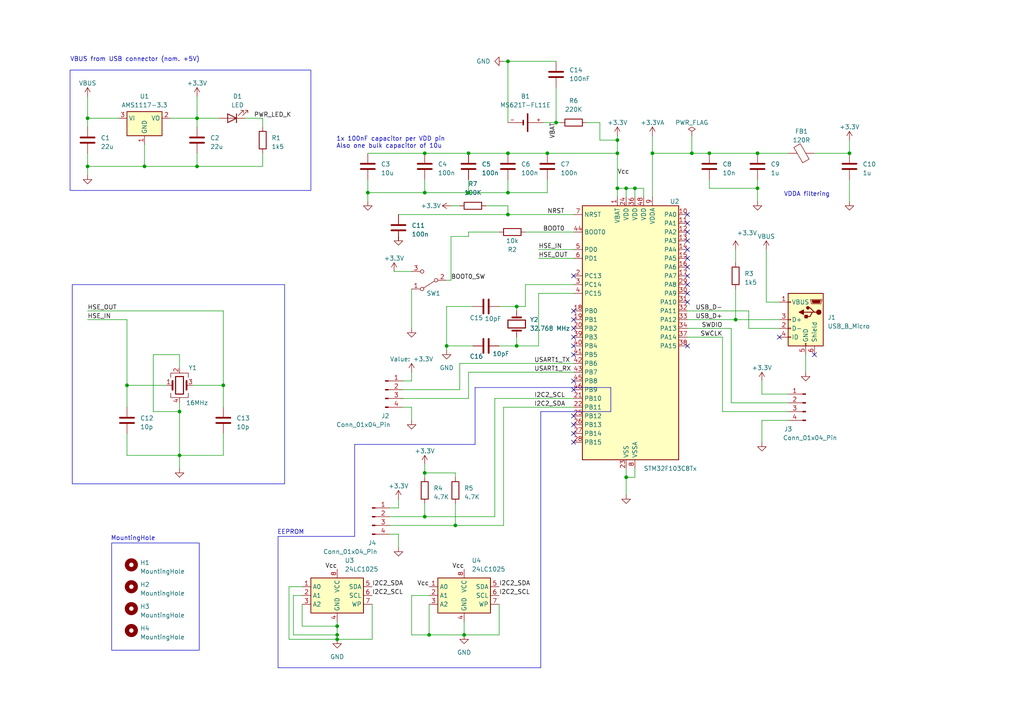
<source format=kicad_sch>
(kicad_sch (version 20231120) (generator "eeschema") (generator_version "8.0")
  (paper "A4")
  (title_block (title "STM32 Datalogger") (date "2026-01-10"))
  (lib_symbols
    (symbol "Connector:Conn_01x04_Pin" (pin_names (offset 1.016) hide)
      (property "Reference" "J" (at 0 5.08 0))
      (property "Value" "Conn_01x04_Pin" (at 0 -7.62 0))
      (symbol "Conn_01x04_Pin_1_1"
        (polyline (pts (xy 1.27 -5.08) (xy 0.8636 -5.08)) (stroke (width 0.1524)))
        (polyline (pts (xy 1.27 -2.54) (xy 0.8636 -2.54)) (stroke (width 0.1524)))
        (polyline (pts (xy 1.27 0) (xy 0.8636 0)) (stroke (width 0.1524)))
        (polyline (pts (xy 1.27 2.54) (xy 0.8636 2.54)) (stroke (width 0.1524)))
        (rectangle (start 0.8636 -4.953) (end 0 -5.207) (stroke (width 0.1524)) (fill (type outline)))
        (rectangle (start 0.8636 -2.413) (end 0 -2.667) (stroke (width 0.1524)) (fill (type outline)))
        (rectangle (start 0.8636 0.127) (end 0 -0.127) (stroke (width 0.1524)) (fill (type outline)))
        (rectangle (start 0.8636 2.667) (end 0 2.413) (stroke (width 0.1524)) (fill (type outline)))
        (pin passive line (at 5.08 2.54 180) (length 3.81) (name "Pin_1") (number "1"))
        (pin passive line (at 5.08 0 180) (length 3.81) (name "Pin_2") (number "2"))
        (pin passive line (at 5.08 -2.54 180) (length 3.81) (name "Pin_3") (number "3"))
        (pin passive line (at 5.08 -5.08 180) (length 3.81) (name "Pin_4") (number "4"))
      )
    )
    (symbol "Connector:USB_B_Micro" (pin_names (offset 1.016))
      (property "Reference" "J" (at -5.08 11.43 0))
      (property "Value" "USB_B_Micro" (at -5.08 8.89 0))
      (symbol "USB_B_Micro_0_1"
        (rectangle (start -5.08 -7.62) (end 5.08 7.62) (stroke (width 0.254)) (fill (type background)))
        (circle (center -3.81 2.159) (radius 0.635) (stroke (width 0.254)) (fill (type outline)))
        (circle (center -0.635 3.429) (radius 0.381) (stroke (width 0.254)) (fill (type outline)))
        (rectangle (start -0.127 -7.62) (end 0.127 -6.858))
        (polyline (pts (xy -1.905 2.159) (xy 0.635 2.159)) (stroke (width 0.254)))
        (polyline (pts (xy -3.175 2.159) (xy -2.54 2.159) (xy -1.27 3.429) (xy -0.635 3.429)) (stroke (width 0.254)))
        (polyline (pts (xy -2.54 2.159) (xy -1.905 2.159) (xy -1.27 0.889) (xy 0 0.889)) (stroke (width 0.254)))
        (polyline (pts (xy 0.635 2.794) (xy 0.635 1.524) (xy 1.905 2.159) (xy 0.635 2.794)) (stroke (width 0.254)) (fill (type outline)))
        (polyline (pts (xy -4.318 5.588) (xy -1.778 5.588) (xy -2.032 4.826) (xy -4.064 4.826) (xy -4.318 5.588)) (fill (type outline)))
        (polyline (pts (xy -4.699 5.842) (xy -4.699 5.588) (xy -4.445 4.826) (xy -4.445 4.572) (xy -1.651 4.572) (xy -1.651 4.826) (xy -1.397 5.588) (xy -1.397 5.842) (xy -4.699 5.842)))
        (rectangle (start 0.254 1.27) (end -0.508 0.508) (stroke (width 0.254)) (fill (type outline)))
        (rectangle (start 5.08 -5.207) (end 4.318 -4.953))
        (rectangle (start 5.08 -2.667) (end 4.318 -2.413))
        (rectangle (start 5.08 -0.127) (end 4.318 0.127))
        (rectangle (start 5.08 4.953) (end 4.318 5.207))
      )
      (symbol "USB_B_Micro_1_1"
        (pin power_out line (at 7.62 5.08 180) (length 2.54) (name "VBUS") (number "1"))
        (pin bidirectional line (at 7.62 -2.54 180) (length 2.54) (name "D-") (number "2"))
        (pin bidirectional line (at 7.62 0 180) (length 2.54) (name "D+") (number "3"))
        (pin passive line (at 7.62 -5.08 180) (length 2.54) (name "ID") (number "4"))
        (pin power_out line (at 0 -10.16 90) (length 2.54) (name "GND") (number "5"))
        (pin passive line (at -2.54 -10.16 90) (length 2.54) (name "Shield") (number "6"))
      )
    )
    (symbol "Device:C" (pin_numbers hide) (pin_names (offset 0.254))
      (property "Reference" "C" (at 0.635 2.54 0))
      (property "Value" "C" (at 0.635 -2.54 0))
      (symbol "C_0_1"
        (polyline (pts (xy -2.032 -0.762) (xy 2.032 -0.762)) (stroke (width 0.508)))
        (polyline (pts (xy -2.032 0.762) (xy 2.032 0.762)) (stroke (width 0.508)))
      )
      (symbol "C_1_1"
        (pin passive line (at 0 3.81 270) (length 2.794) (name "~") (number "1"))
        (pin passive line (at 0 -3.81 90) (length 2.794) (name "~") (number "2"))
      )
    )
    (symbol "Device:Crystal" (pin_numbers hide) (pin_names (offset 1.016) hide)
      (property "Reference" "Y" (at 0 3.81 0))
      (property "Value" "Crystal" (at 0 -3.81 0))
      (symbol "Crystal_0_1"
        (rectangle (start -1.143 2.54) (end 1.143 -2.54) (stroke (width 0.3048)))
        (polyline (pts (xy -2.54 0) (xy -1.905 0)))
        (polyline (pts (xy -1.905 -1.27) (xy -1.905 1.27)) (stroke (width 0.508)))
        (polyline (pts (xy 1.905 -1.27) (xy 1.905 1.27)) (stroke (width 0.508)))
        (polyline (pts (xy 2.54 0) (xy 1.905 0)))
      )
      (symbol "Crystal_1_1"
        (pin passive line (at -3.81 0 0) (length 1.27) (name "1") (number "1"))
        (pin passive line (at 3.81 0 180) (length 1.27) (name "2") (number "2"))
      )
    )
    (symbol "Device:Crystal_GND24" (pin_names (offset 1.016) hide)
      (property "Reference" "Y" (at 3.175 5.08 0))
      (property "Value" "Crystal_GND24" (at 3.175 3.175 0))
      (symbol "Crystal_GND24_0_1"
        (rectangle (start -1.143 2.54) (end 1.143 -2.54) (stroke (width 0.3048)))
        (polyline (pts (xy -2.54 0) (xy -2.032 0)))
        (polyline (pts (xy -2.032 -1.27) (xy -2.032 1.27)) (stroke (width 0.508)))
        (polyline (pts (xy 0 -3.81) (xy 0 -3.556)))
        (polyline (pts (xy 0 3.556) (xy 0 3.81)))
        (polyline (pts (xy 2.032 -1.27) (xy 2.032 1.27)) (stroke (width 0.508)))
        (polyline (pts (xy 2.032 0) (xy 2.54 0)))
        (polyline (pts (xy -2.54 -2.286) (xy -2.54 -3.556) (xy 2.54 -3.556) (xy 2.54 -2.286)))
        (polyline (pts (xy -2.54 2.286) (xy -2.54 3.556) (xy 2.54 3.556) (xy 2.54 2.286)))
      )
      (symbol "Crystal_GND24_1_1"
        (pin passive line (at -3.81 0 0) (length 1.27) (name "1") (number "1"))
        (pin passive line (at 0 5.08 270) (length 1.27) (name "2") (number "2"))
        (pin passive line (at 3.81 0 180) (length 1.27) (name "3") (number "3"))
        (pin passive line (at 0 -5.08 90) (length 1.27) (name "4") (number "4"))
      )
    )
    (symbol "Device:FerriteBead" (pin_numbers hide) (pin_names (offset 0))
      (property "Reference" "FB" (at -3.81 0.635 90))
      (property "Value" "FerriteBead" (at 3.81 0 90))
      (symbol "FerriteBead_0_1"
        (polyline (pts (xy 0 -1.27) (xy 0 -1.2192)))
        (polyline (pts (xy 0 1.27) (xy 0 1.2954)))
        (polyline (pts (xy -2.7686 0.4064) (xy -1.7018 2.2606) (xy 2.7686 -0.3048) (xy 1.6764 -2.159) (xy -2.7686 0.4064)))
      )
      (symbol "FerriteBead_1_1"
        (pin passive line (at 0 3.81 270) (length 2.54) (name "~") (number "1"))
        (pin passive line (at 0 -3.81 90) (length 2.54) (name "~") (number "2"))
      )
    )
    (symbol "Device:LED" (pin_numbers hide) (pin_names (offset 1.016) hide)
      (property "Reference" "D" (at 0 2.54 0))
      (property "Value" "LED" (at 0 -2.54 0))
      (symbol "LED_0_1"
        (polyline (pts (xy -1.27 -1.27) (xy -1.27 1.27)) (stroke (width 0.254)))
        (polyline (pts (xy -1.27 0) (xy 1.27 0)))
        (polyline (pts (xy 1.27 -1.27) (xy 1.27 1.27) (xy -1.27 0) (xy 1.27 -1.27)) (stroke (width 0.254)))
        (polyline (pts (xy -3.048 -0.762) (xy -4.572 -2.286) (xy -3.81 -2.286) (xy -4.572 -2.286) (xy -4.572 -1.524)))
        (polyline (pts (xy -1.778 -0.762) (xy -3.302 -2.286) (xy -2.54 -2.286) (xy -3.302 -2.286) (xy -3.302 -1.524)))
      )
      (symbol "LED_1_1"
        (pin passive line (at -3.81 0 0) (length 2.54) (name "K") (number "1"))
        (pin passive line (at 3.81 0 180) (length 2.54) (name "A") (number "2"))
      )
    )
    (symbol "Device:R" (pin_numbers hide) (pin_names (offset 0))
      (property "Reference" "R" (at 2.032 0 90))
      (property "Value" "R" (at 0 0 90))
      (symbol "R_0_1"
        (rectangle (start -1.016 -2.54) (end 1.016 2.54) (stroke (width 0.254)))
      )
      (symbol "R_1_1"
        (pin passive line (at 0 3.81 270) (length 1.27) (name "~") (number "1"))
        (pin passive line (at 0 -3.81 90) (length 1.27) (name "~") (number "2"))
      )
    )
    (symbol "GND_1" (power) (pin_numbers hide) (pin_names (offset 0) hide)
      (property "Value" "GND" (at 0 -3.81 0))
      (symbol "GND_1_0_1"
        (polyline (pts (xy 0 0) (xy 0 -1.27) (xy 1.27 -1.27) (xy 0 -2.54) (xy -1.27 -1.27) (xy 0 -1.27)))
      )
      (symbol "GND_1_1_1"
        (pin power_in line (at 0 0 270) (length 0) (name "~") (number "1"))
      )
    )
    (symbol "GND_2" (power) (pin_numbers hide) (pin_names (offset 0) hide)
      (property "Value" "GND" (at 0 -3.81 0))
      (symbol "GND_2_0_1"
        (polyline (pts (xy 0 0) (xy 0 -1.27) (xy 1.27 -1.27) (xy 0 -2.54) (xy -1.27 -1.27) (xy 0 -1.27)))
      )
      (symbol "GND_2_1_1"
        (pin power_in line (at 0 0 270) (length 0) (name "~") (number "1"))
      )
    )
    (symbol "GND_3" (power) (pin_numbers hide) (pin_names (offset 0) hide)
      (property "Value" "GND" (at 0 -3.81 0))
      (symbol "GND_3_0_1"
        (polyline (pts (xy 0 0) (xy 0 -1.27) (xy 1.27 -1.27) (xy 0 -2.54) (xy -1.27 -1.27) (xy 0 -1.27)))
      )
      (symbol "GND_3_1_1"
        (pin power_in line (at 0 0 270) (length 0) (name "~") (number "1"))
      )
    )
    (symbol "MCU_ST_STM32F1:STM32F103C8Tx"
      (property "Reference" "U" (at -12.7 39.37 0))
      (property "Value" "STM32F103C8Tx" (at 10.16 39.37 0))
      (symbol "STM32F103C8Tx_0_1"
        (rectangle (start -12.7 -35.56) (end 15.24 38.1) (stroke (width 0.254)) (fill (type background)))
      )
      (symbol "STM32F103C8Tx_1_1"
        (pin power_in line (at -2.54 40.64 270) (length 2.54) (name "VBAT") (number "1"))
        (pin bidirectional line (at 17.78 35.56 180) (length 2.54) (name "PA0") (number "10"))
        (pin bidirectional line (at 17.78 33.02 180) (length 2.54) (name "PA1") (number "11"))
        (pin bidirectional line (at 17.78 30.48 180) (length 2.54) (name "PA2") (number "12"))
        (pin bidirectional line (at 17.78 27.94 180) (length 2.54) (name "PA3") (number "13"))
        (pin bidirectional line (at 17.78 25.4 180) (length 2.54) (name "PA4") (number "14"))
        (pin bidirectional line (at 17.78 22.86 180) (length 2.54) (name "PA5") (number "15"))
        (pin bidirectional line (at 17.78 20.32 180) (length 2.54) (name "PA6") (number "16"))
        (pin bidirectional line (at 17.78 17.78 180) (length 2.54) (name "PA7") (number "17"))
        (pin bidirectional line (at -15.24 7.62 0) (length 2.54) (name "PB0") (number "18"))
        (pin bidirectional line (at -15.24 5.08 0) (length 2.54) (name "PB1") (number "19"))
        (pin bidirectional line (at -15.24 17.78 0) (length 2.54) (name "PC13") (number "2"))
        (pin bidirectional line (at -15.24 2.54 0) (length 2.54) (name "PB2") (number "20"))
        (pin bidirectional line (at -15.24 -17.78 0) (length 2.54) (name "PB10") (number "21"))
        (pin bidirectional line (at -15.24 -20.32 0) (length 2.54) (name "PB11") (number "22"))
        (pin power_in line (at 0 -38.1 90) (length 2.54) (name "VSS") (number "23"))
        (pin power_in line (at 0 40.64 270) (length 2.54) (name "VDD") (number "24"))
        (pin bidirectional line (at -15.24 -22.86 0) (length 2.54) (name "PB12") (number "25"))
        (pin bidirectional line (at -15.24 -25.4 0) (length 2.54) (name "PB13") (number "26"))
        (pin bidirectional line (at -15.24 -27.94 0) (length 2.54) (name "PB14") (number "27"))
        (pin bidirectional line (at -15.24 -30.48 0) (length 2.54) (name "PB15") (number "28"))
        (pin bidirectional line (at 17.78 15.24 180) (length 2.54) (name "PA8") (number "29"))
        (pin bidirectional line (at -15.24 15.24 0) (length 2.54) (name "PC14") (number "3"))
        (pin bidirectional line (at 17.78 12.7 180) (length 2.54) (name "PA9") (number "30"))
        (pin bidirectional line (at 17.78 10.16 180) (length 2.54) (name "PA10") (number "31"))
        (pin bidirectional line (at 17.78 7.62 180) (length 2.54) (name "PA11") (number "32"))
        (pin bidirectional line (at 17.78 5.08 180) (length 2.54) (name "PA12") (number "33"))
        (pin bidirectional line (at 17.78 2.54 180) (length 2.54) (name "PA13") (number "34"))
        (pin passive line (at 0 -38.1 90) (length 2.54) hide (name "VSS") (number "35"))
        (pin power_in line (at 2.54 40.64 270) (length 2.54) (name "VDD") (number "36"))
        (pin bidirectional line (at 17.78 0 180) (length 2.54) (name "PA14") (number "37"))
        (pin bidirectional line (at 17.78 -2.54 180) (length 2.54) (name "PA15") (number "38"))
        (pin bidirectional line (at -15.24 0 0) (length 2.54) (name "PB3") (number "39"))
        (pin bidirectional line (at -15.24 12.7 0) (length 2.54) (name "PC15") (number "4"))
        (pin bidirectional line (at -15.24 -2.54 0) (length 2.54) (name "PB4") (number "40"))
        (pin bidirectional line (at -15.24 -5.08 0) (length 2.54) (name "PB5") (number "41"))
        (pin bidirectional line (at -15.24 -7.62 0) (length 2.54) (name "PB6") (number "42"))
        (pin bidirectional line (at -15.24 -10.16 0) (length 2.54) (name "PB7") (number "43"))
        (pin input line (at -15.24 30.48 0) (length 2.54) (name "BOOT0") (number "44"))
        (pin bidirectional line (at -15.24 -12.7 0) (length 2.54) (name "PB8") (number "45"))
        (pin bidirectional line (at -15.24 -15.24 0) (length 2.54) (name "PB9") (number "46"))
        (pin passive line (at 0 -38.1 90) (length 2.54) hide (name "VSS") (number "47"))
        (pin power_in line (at 5.08 40.64 270) (length 2.54) (name "VDD") (number "48"))
        (pin bidirectional line (at -15.24 25.4 0) (length 2.54) (name "PD0") (number "5"))
        (pin bidirectional line (at -15.24 22.86 0) (length 2.54) (name "PD1") (number "6"))
        (pin input line (at -15.24 35.56 0) (length 2.54) (name "NRST") (number "7"))
        (pin power_in line (at 2.54 -38.1 90) (length 2.54) (name "VSSA") (number "8"))
        (pin power_in line (at 7.62 40.64 270) (length 2.54) (name "VDDA") (number "9"))
      )
    )
    (symbol "MS621T-FL11E:MS621T-FL11E" (pin_names (offset 1.016))
      (property "Reference" "B" (at 0 0 0))
      (symbol "MS621T-FL11E_0_0"
        (polyline (pts (xy -2.54 0) (xy -0.635 0)) (stroke (width 0.1524)))
        (polyline (pts (xy -0.635 0) (xy -0.635 -0.635)) (stroke (width 0.4064)))
        (polyline (pts (xy -0.635 0.635) (xy -0.635 0)) (stroke (width 0.4064)))
        (polyline (pts (xy 0.635 0) (xy 0.635 -2.54)) (stroke (width 0.4064)))
        (polyline (pts (xy 0.635 0) (xy 2.54 0)) (stroke (width 0.1524)))
        (polyline (pts (xy 0.635 2.54) (xy 0.635 0)) (stroke (width 0.4064)))
        (pin passive line (at 5.08 0 180) (length 2.54) (name "~") (number "+"))
        (pin passive line (at -5.08 0 0) (length 2.54) (name "~") (number "-"))
      )
    )
    (symbol "Mechanical:MountingHole" (pin_names (offset 1.016))
      (property "Reference" "H" (at 0 5.08 0))
      (property "Value" "MountingHole" (at 0 3.175 0))
      (symbol "MountingHole_0_1"
        (circle (center 0 0) (radius 1.27) (stroke (width 1.27)))
      )
    )
    (symbol "Memory_EEPROM:24LC1025"
      (property "Reference" "U" (at -6.35 6.35 0))
      (property "Value" "24LC1025" (at 1.27 6.35 0))
      (symbol "24LC1025_1_1"
        (rectangle (start -7.62 5.08) (end 7.62 -5.08) (stroke (width 0.254)) (fill (type background)))
        (pin input line (at -10.16 2.54 0) (length 2.54) (name "A0") (number "1"))
        (pin input line (at -10.16 0 0) (length 2.54) (name "A1") (number "2"))
        (pin input line (at -10.16 -2.54 0) (length 2.54) (name "A2") (number "3"))
        (pin power_in line (at 0 -7.62 90) (length 2.54) (name "GND") (number "4"))
        (pin bidirectional line (at 10.16 2.54 180) (length 2.54) (name "SDA") (number "5"))
        (pin input line (at 10.16 0 180) (length 2.54) (name "SCL") (number "6"))
        (pin input line (at 10.16 -2.54 180) (length 2.54) (name "WP") (number "7"))
        (pin power_in line (at 0 7.62 270) (length 2.54) (name "VCC") (number "8"))
      )
    )
    (symbol "Regulator_Linear:AMS1117-3.3"
      (property "Reference" "U" (at -3.81 3.175 0))
      (property "Value" "AMS1117-3.3" (at 0 3.175 0))
      (symbol "AMS1117-3.3_0_1"
        (rectangle (start -5.08 -5.08) (end 5.08 1.905) (stroke (width 0.254)) (fill (type background)))
      )
      (symbol "AMS1117-3.3_1_1"
        (pin power_in line (at 0 -7.62 90) (length 2.54) (name "GND") (number "1"))
        (pin power_out line (at 7.62 0 180) (length 2.54) (name "VO") (number "2"))
        (pin power_in line (at -7.62 0 0) (length 2.54) (name "VI") (number "3"))
      )
    )
    (symbol "Switch:SW_SPDT" (pin_names (offset 0) hide)
      (property "Reference" "SW" (at 0 4.318 0))
      (property "Value" "SW_SPDT" (at 0 -5.08 0))
      (symbol "SW_SPDT_0_0"
        (circle (center -2.032 0) (radius 0.508))
        (circle (center 2.032 -2.54) (radius 0.508))
      )
      (symbol "SW_SPDT_0_1"
        (polyline (pts (xy -1.524 0.254) (xy 1.651 2.286)))
        (circle (center 2.032 2.54) (radius 0.508))
      )
      (symbol "SW_SPDT_1_1"
        (pin passive line (at 5.08 2.54 180) (length 2.54) (name "A") (number "1"))
        (pin passive line (at -5.08 0 0) (length 2.54) (name "B") (number "2"))
        (pin passive line (at 5.08 -2.54 180) (length 2.54) (name "C") (number "3"))
      )
    )
    (symbol "power:+3.3V" (power) (pin_names (offset 0))
      (property "Value" "+3.3V" (at 0 3.556 0))
      (symbol "+3.3V_0_1"
        (polyline (pts (xy -0.762 1.27) (xy 0 2.54)))
        (polyline (pts (xy 0 0) (xy 0 2.54)))
        (polyline (pts (xy 0 2.54) (xy 0.762 1.27)))
      )
      (symbol "+3.3V_1_1"
        (pin power_in line (at 0 0 90) (length 0) hide (name "+3.3V") (number "1"))
      )
    )
    (symbol "power:+3.3VA" (power) (pin_names (offset 0))
      (property "Value" "+3.3VA" (at 0 3.556 0))
      (symbol "+3.3VA_0_1"
        (polyline (pts (xy -0.762 1.27) (xy 0 2.54)))
        (polyline (pts (xy 0 0) (xy 0 2.54)))
        (polyline (pts (xy 0 2.54) (xy 0.762 1.27)))
      )
      (symbol "+3.3VA_1_1"
        (pin power_in line (at 0 0 90) (length 0) hide (name "+3.3VA") (number "1"))
      )
    )
    (symbol "power:GND" (power) (pin_names (offset 0))
      (property "Value" "GND" (at 0 -3.81 0))
      (symbol "GND_0_1"
        (polyline (pts (xy 0 0) (xy 0 -1.27) (xy 1.27 -1.27) (xy 0 -2.54) (xy -1.27 -1.27) (xy 0 -1.27)))
      )
      (symbol "GND_1_1"
        (pin power_in line (at 0 0 270) (length 0) hide (name "GND") (number "1"))
      )
    )
    (symbol "power:PWR_FLAG" (power) (pin_numbers hide) (pin_names (offset 0) hide)
      (property "Value" "PWR_FLAG" (at 0 3.81 0))
      (symbol "PWR_FLAG_0_0"
        (pin power_out line (at 0 0 90) (length 0) (name "pwr") (number "1"))
      )
      (symbol "PWR_FLAG_0_1"
        (polyline (pts (xy 0 0) (xy 0 1.27) (xy -1.016 1.905) (xy 0 2.54) (xy 1.016 1.905) (xy 0 1.27)))
      )
    )
    (symbol "power:VBUS" (power) (pin_names (offset 0))
      (property "Value" "VBUS" (at 0 3.81 0))
      (symbol "VBUS_0_1"
        (polyline (pts (xy -0.762 1.27) (xy 0 2.54)))
        (polyline (pts (xy 0 0) (xy 0 2.54)))
        (polyline (pts (xy 0 2.54) (xy 0.762 1.27)))
      )
      (symbol "VBUS_1_1"
        (pin power_in line (at 0 0 90) (length 0) hide (name "VBUS") (number "1"))
      )
    )
  )
  (junction (at 123.19 137.16))
  (junction (at 161.29 35.56))
  (junction (at 106.68 55.88))
  (junction (at 179.07 40.64))
  (junction (at 200.66 44.45))
  (junction (at 158.75 44.45))
  (junction (at 97.79 185.42))
  (junction (at 134.62 184.15))
  (junction (at 181.61 54.61))
  (junction (at 97.79 181.61))
  (junction (at 41.91 48.26))
  (junction (at 64.77 111.76))
  (junction (at 184.15 54.61))
  (junction (at 213.36 92.71))
  (junction (at 149.86 100.33))
  (junction (at 135.89 44.45))
  (junction (at 57.15 34.29))
  (junction (at 179.07 54.61))
  (junction (at 132.08 152.4))
  (junction (at 179.07 44.45))
  (junction (at 123.19 44.45))
  (junction (at 181.61 138.43))
  (junction (at 129.54 100.33))
  (junction (at 147.32 44.45))
  (junction (at 219.71 54.61))
  (junction (at 97.79 184.15))
  (junction (at 147.32 62.23))
  (junction (at 189.23 44.45))
  (junction (at 25.4 34.29))
  (junction (at 25.4 48.26))
  (junction (at 147.32 17.78))
  (junction (at 205.74 44.45))
  (junction (at 57.15 48.26))
  (junction (at 135.89 55.88))
  (junction (at 124.46 184.15))
  (junction (at 123.19 149.86))
  (junction (at 246.38 44.45))
  (junction (at 52.07 119.38))
  (junction (at 123.19 55.88))
  (junction (at 52.07 132.08))
  (junction (at 149.86 88.9))
  (junction (at 219.71 44.45))
  (junction (at 147.32 55.88))
  (junction (at 36.83 111.76))
  (no_connect (at 166.37 128.27))
  (no_connect (at 199.39 69.85))
  (no_connect (at 166.37 123.19))
  (no_connect (at 226.06 97.79))
  (no_connect (at 166.37 110.49))
  (no_connect (at 166.37 90.17))
  (no_connect (at 236.22 102.87))
  (no_connect (at 199.39 82.55))
  (no_connect (at 199.39 72.39))
  (no_connect (at 199.39 77.47))
  (no_connect (at 166.37 102.87))
  (no_connect (at 166.37 100.33))
  (no_connect (at 199.39 64.77))
  (no_connect (at 199.39 67.31))
  (no_connect (at 166.37 92.71))
  (no_connect (at 199.39 85.09))
  (no_connect (at 166.37 120.65))
  (no_connect (at 199.39 100.33))
  (no_connect (at 199.39 74.93))
  (no_connect (at 166.37 113.03))
  (no_connect (at 166.37 125.73))
  (no_connect (at 166.37 80.01))
  (no_connect (at 199.39 62.23))
  (no_connect (at 199.39 87.63))
  (no_connect (at 166.37 95.25))
  (no_connect (at 199.39 80.01))
  (no_connect (at 166.37 97.79))
  (wire (pts (xy 135.89 67.31) (xy 144.78 67.31)))
  (wire (pts (xy 87.63 181.61) (xy 97.79 181.61)))
  (wire (pts (xy 106.68 52.07) (xy 106.68 55.88)))
  (wire (pts (xy 156.21 85.09) (xy 156.21 100.33)))
  (wire (pts (xy 87.63 175.26) (xy 87.63 181.61)))
  (wire (pts (xy 222.25 72.39) (xy 222.25 87.63)))
  (polyline (pts (xy 137.795 112.395) (xy 137.795 128.905)))
  (wire (pts (xy 143.51 149.86) (xy 143.51 115.57)))
  (wire (pts (xy 135.89 115.57) (xy 135.89 107.95)))
  (wire (pts (xy 147.32 59.69) (xy 147.32 62.23)))
  (wire (pts (xy 85.09 172.72) (xy 85.09 184.15)))
  (wire (pts (xy 116.84 118.11) (xy 119.38 118.11)))
  (wire (pts (xy 147.32 44.45) (xy 158.75 44.45)))
  (wire (pts (xy 189.23 44.45) (xy 189.23 57.15)))
  (wire (pts (xy 130.81 81.28) (xy 129.54 81.28)))
  (wire (pts (xy 83.82 170.18) (xy 83.82 185.42)))
  (wire (pts (xy 199.39 97.79) (xy 209.55 97.79)))
  (wire (pts (xy 158.75 55.88) (xy 147.32 55.88)))
  (wire (pts (xy 107.95 175.26) (xy 107.95 185.42)))
  (wire (pts (xy 57.15 44.45) (xy 57.15 48.26)))
  (wire (pts (xy 132.08 152.4) (xy 146.05 152.4)))
  (wire (pts (xy 220.98 121.92) (xy 220.98 128.27)))
  (wire (pts (xy 25.4 44.45) (xy 25.4 48.26)))
  (wire (pts (xy 25.4 48.26) (xy 41.91 48.26)))
  (wire (pts (xy 36.83 132.08) (xy 52.07 132.08)))
  (wire (pts (xy 123.19 149.86) (xy 143.51 149.86)))
  (wire (pts (xy 213.36 72.39) (xy 213.36 76.2)))
  (wire (pts (xy 76.2 44.45) (xy 76.2 48.26)))
  (wire (pts (xy 213.36 83.82) (xy 213.36 92.71)))
  (wire (pts (xy 132.08 138.43) (xy 132.08 137.16)))
  (wire (pts (xy 219.71 52.07) (xy 219.71 54.61)))
  (wire (pts (xy 137.16 100.33) (xy 129.54 100.33)))
  (wire (pts (xy 228.6 121.92) (xy 220.98 121.92)))
  (wire (pts (xy 52.07 102.87) (xy 44.45 102.87)))
  (wire (pts (xy 213.36 92.71) (xy 226.06 92.71)))
  (wire (pts (xy 170.18 35.56) (xy 173.99 35.56)))
  (wire (pts (xy 135.89 107.95) (xy 166.37 107.95)))
  (wire (pts (xy 119.38 83.82) (xy 119.38 95.25)))
  (wire (pts (xy 25.4 48.26) (xy 25.4 50.8)))
  (wire (pts (xy 219.71 54.61) (xy 219.71 58.42)))
  (wire (pts (xy 152.4 88.9) (xy 152.4 82.55)))
  (wire (pts (xy 64.77 132.08) (xy 52.07 132.08)))
  (wire (pts (xy 123.19 137.16) (xy 123.19 138.43)))
  (wire (pts (xy 123.19 55.88) (xy 135.89 55.88)))
  (wire (pts (xy 49.53 34.29) (xy 57.15 34.29)))
  (polyline (pts (xy 80.645 193.675) (xy 156.845 193.675)))
  (wire (pts (xy 52.07 119.38) (xy 52.07 132.08)))
  (wire (pts (xy 36.83 125.73) (xy 36.83 132.08)))
  (wire (pts (xy 146.05 118.11) (xy 166.37 118.11)))
  (wire (pts (xy 189.23 39.37) (xy 189.23 44.45)))
  (wire (pts (xy 135.89 52.07) (xy 135.89 55.88)))
  (wire (pts (xy 152.4 67.31) (xy 166.37 67.31)))
  (wire (pts (xy 124.46 184.15) (xy 134.62 184.15)))
  (wire (pts (xy 129.54 101.6) (xy 129.54 100.33)))
  (wire (pts (xy 132.08 137.16) (xy 123.19 137.16)))
  (polyline (pts (xy 102.87 155.575) (xy 80.645 155.575)))
  (wire (pts (xy 147.32 52.07) (xy 147.32 55.88)))
  (wire (pts (xy 25.4 34.29) (xy 25.4 36.83)))
  (wire (pts (xy 64.77 125.73) (xy 64.77 132.08)))
  (wire (pts (xy 144.78 88.9) (xy 149.86 88.9)))
  (wire (pts (xy 130.81 81.28) (xy 130.81 68.58)))
  (wire (pts (xy 123.19 44.45) (xy 135.89 44.45)))
  (wire (pts (xy 156.21 74.93) (xy 166.37 74.93)))
  (wire (pts (xy 124.46 175.26) (xy 124.46 184.15)))
  (wire (pts (xy 129.54 88.9) (xy 129.54 100.33)))
  (wire (pts (xy 25.4 27.94) (xy 25.4 34.29)))
  (wire (pts (xy 246.38 52.07) (xy 246.38 58.42)))
  (wire (pts (xy 76.2 48.26) (xy 57.15 48.26)))
  (wire (pts (xy 133.35 113.03) (xy 133.35 105.41)))
  (wire (pts (xy 115.57 147.32) (xy 113.03 147.32)))
  (wire (pts (xy 219.71 44.45) (xy 228.6 44.45)))
  (wire (pts (xy 200.66 39.37) (xy 200.66 44.45)))
  (wire (pts (xy 134.62 180.34) (xy 134.62 184.15)))
  (wire (pts (xy 41.91 41.91) (xy 41.91 48.26)))
  (wire (pts (xy 52.07 132.08) (xy 52.07 135.89)))
  (wire (pts (xy 200.66 44.45) (xy 205.74 44.45)))
  (wire (pts (xy 179.07 40.64) (xy 179.07 44.45)))
  (wire (pts (xy 199.39 95.25) (xy 212.09 95.25)))
  (wire (pts (xy 135.89 44.45) (xy 147.32 44.45)))
  (wire (pts (xy 186.69 54.61) (xy 184.15 54.61)))
  (wire (pts (xy 209.55 119.38) (xy 209.55 97.79)))
  (wire (pts (xy 158.75 52.07) (xy 158.75 55.88)))
  (wire (pts (xy 36.83 92.71) (xy 36.83 111.76)))
  (wire (pts (xy 189.23 44.45) (xy 200.66 44.45)))
  (wire (pts (xy 52.07 116.84) (xy 52.07 119.38)))
  (wire (pts (xy 123.19 134.62) (xy 123.19 137.16)))
  (polyline (pts (xy 156.845 119.38) (xy 177.165 119.38)))
  (polyline (pts (xy 177.165 119.38) (xy 177.165 112.395)))
  (wire (pts (xy 143.51 115.57) (xy 166.37 115.57)))
  (wire (pts (xy 186.69 57.15) (xy 186.69 54.61)))
  (polyline (pts (xy 102.87 128.905) (xy 137.795 128.905)))
  (polyline (pts (xy 102.87 128.905) (xy 102.87 155.575)))
  (wire (pts (xy 199.39 92.71) (xy 213.36 92.71)))
  (wire (pts (xy 44.45 102.87) (xy 44.45 119.38)))
  (wire (pts (xy 246.38 40.64) (xy 246.38 44.45)))
  (wire (pts (xy 181.61 138.43) (xy 181.61 143.51)))
  (wire (pts (xy 115.57 144.78) (xy 115.57 147.32)))
  (wire (pts (xy 149.86 100.33) (xy 149.86 97.79)))
  (wire (pts (xy 149.86 88.9) (xy 149.86 90.17)))
  (wire (pts (xy 226.06 95.25) (xy 217.17 95.25)))
  (wire (pts (xy 57.15 27.94) (xy 57.15 34.29)))
  (wire (pts (xy 115.57 69.85) (xy 115.57 68.58)))
  (wire (pts (xy 106.68 55.88) (xy 106.68 58.42)))
  (wire (pts (xy 48.26 111.76) (xy 36.83 111.76)))
  (wire (pts (xy 184.15 54.61) (xy 181.61 54.61)))
  (wire (pts (xy 217.17 95.25) (xy 217.17 90.17)))
  (wire (pts (xy 130.81 68.58) (xy 135.89 68.58)))
  (wire (pts (xy 25.4 34.29) (xy 34.29 34.29)))
  (wire (pts (xy 113.03 149.86) (xy 123.19 149.86)))
  (wire (pts (xy 113.03 152.4) (xy 132.08 152.4)))
  (wire (pts (xy 179.07 39.37) (xy 179.07 40.64)))
  (wire (pts (xy 144.78 175.26) (xy 144.78 184.15)))
  (wire (pts (xy 205.74 44.45) (xy 219.71 44.45)))
  (wire (pts (xy 52.07 106.68) (xy 52.07 102.87)))
  (wire (pts (xy 179.07 54.61) (xy 179.07 57.15)))
  (wire (pts (xy 205.74 52.07) (xy 205.74 54.61)))
  (wire (pts (xy 135.89 55.88) (xy 147.32 55.88)))
  (wire (pts (xy 184.15 138.43) (xy 181.61 138.43)))
  (wire (pts (xy 83.82 185.42) (xy 97.79 185.42)))
  (wire (pts (xy 107.95 185.42) (xy 97.79 185.42)))
  (wire (pts (xy 116.84 113.03) (xy 133.35 113.03)))
  (wire (pts (xy 144.78 100.33) (xy 149.86 100.33)))
  (wire (pts (xy 173.99 40.64) (xy 179.07 40.64)))
  (polyline (pts (xy 156.845 193.675) (xy 156.845 119.38)))
  (wire (pts (xy 157.48 35.56) (xy 161.29 35.56)))
  (wire (pts (xy 228.6 116.84) (xy 212.09 116.84)))
  (wire (pts (xy 146.05 152.4) (xy 146.05 118.11)))
  (wire (pts (xy 147.32 17.78) (xy 147.32 35.56)))
  (wire (pts (xy 156.21 100.33) (xy 149.86 100.33)))
  (wire (pts (xy 124.46 172.72) (xy 119.38 172.72)))
  (wire (pts (xy 212.09 116.84) (xy 212.09 95.25)))
  (wire (pts (xy 181.61 135.89) (xy 181.61 138.43)))
  (wire (pts (xy 119.38 78.74) (xy 114.3 78.74)))
  (wire (pts (xy 147.32 17.78) (xy 161.29 17.78)))
  (wire (pts (xy 71.12 34.29) (xy 76.2 34.29)))
  (wire (pts (xy 115.57 154.94) (xy 115.57 158.75)))
  (wire (pts (xy 64.77 111.76) (xy 55.88 111.76)))
  (wire (pts (xy 161.29 35.56) (xy 162.56 35.56)))
  (wire (pts (xy 113.03 154.94) (xy 115.57 154.94)))
  (wire (pts (xy 179.07 44.45) (xy 179.07 54.61)))
  (wire (pts (xy 115.57 62.23) (xy 147.32 62.23)))
  (wire (pts (xy 173.99 35.56) (xy 173.99 40.64)))
  (wire (pts (xy 222.25 87.63) (xy 226.06 87.63)))
  (wire (pts (xy 147.32 62.23) (xy 166.37 62.23)))
  (wire (pts (xy 87.63 172.72) (xy 85.09 172.72)))
  (wire (pts (xy 135.89 68.58) (xy 135.89 67.31)))
  (wire (pts (xy 123.19 52.07) (xy 123.19 55.88)))
  (wire (pts (xy 130.81 59.69) (xy 133.35 59.69)))
  (wire (pts (xy 233.68 102.87) (xy 233.68 107.95)))
  (wire (pts (xy 220.98 110.49) (xy 220.98 114.3)))
  (wire (pts (xy 161.29 25.4) (xy 161.29 35.56)))
  (wire (pts (xy 57.15 34.29) (xy 63.5 34.29)))
  (wire (pts (xy 87.63 170.18) (xy 83.82 170.18)))
  (wire (pts (xy 181.61 54.61) (xy 181.61 57.15)))
  (wire (pts (xy 156.21 72.39) (xy 166.37 72.39)))
  (wire (pts (xy 184.15 135.89) (xy 184.15 138.43)))
  (wire (pts (xy 181.61 54.61) (xy 179.07 54.61)))
  (wire (pts (xy 64.77 90.17) (xy 64.77 111.76)))
  (wire (pts (xy 236.22 44.45) (xy 246.38 44.45)))
  (wire (pts (xy 144.78 184.15) (xy 134.62 184.15)))
  (wire (pts (xy 116.84 115.57) (xy 135.89 115.57)))
  (wire (pts (xy 140.97 59.69) (xy 147.32 59.69)))
  (wire (pts (xy 123.19 146.05) (xy 123.19 149.86)))
  (wire (pts (xy 97.79 180.34) (xy 97.79 181.61)))
  (wire (pts (xy 220.98 114.3) (xy 228.6 114.3)))
  (wire (pts (xy 205.74 54.61) (xy 219.71 54.61)))
  (wire (pts (xy 149.86 88.9) (xy 152.4 88.9)))
  (wire (pts (xy 132.08 146.05) (xy 132.08 152.4)))
  (wire (pts (xy 97.79 181.61) (xy 97.79 184.15)))
  (wire (pts (xy 97.79 184.15) (xy 97.79 185.42)))
  (polyline (pts (xy 80.645 155.575) (xy 80.645 193.675)))
  (wire (pts (xy 85.09 184.15) (xy 97.79 184.15)))
  (wire (pts (xy 36.83 111.76) (xy 36.83 118.11)))
  (wire (pts (xy 184.15 54.61) (xy 184.15 57.15)))
  (wire (pts (xy 119.38 107.95) (xy 119.38 110.49)))
  (wire (pts (xy 41.91 48.26) (xy 57.15 48.26)))
  (wire (pts (xy 57.15 34.29) (xy 57.15 36.83)))
  (wire (pts (xy 133.35 105.41) (xy 166.37 105.41)))
  (wire (pts (xy 119.38 118.11) (xy 119.38 121.92)))
  (wire (pts (xy 76.2 34.29) (xy 76.2 36.83)))
  (wire (pts (xy 199.39 90.17) (xy 217.17 90.17)))
  (wire (pts (xy 119.38 110.49) (xy 116.84 110.49)))
  (wire (pts (xy 129.54 88.9) (xy 137.16 88.9)))
  (polyline (pts (xy 177.165 112.395) (xy 137.795 112.395)))
  (wire (pts (xy 119.38 184.15) (xy 124.46 184.15)))
  (wire (pts (xy 25.4 92.71) (xy 36.83 92.71)))
  (wire (pts (xy 106.68 44.45) (xy 123.19 44.45)))
  (wire (pts (xy 152.4 82.55) (xy 166.37 82.55)))
  (wire (pts (xy 44.45 119.38) (xy 52.07 119.38)))
  (wire (pts (xy 146.05 17.78) (xy 147.32 17.78)))
  (wire (pts (xy 166.37 85.09) (xy 156.21 85.09)))
  (wire (pts (xy 228.6 119.38) (xy 209.55 119.38)))
  (wire (pts (xy 158.75 44.45) (xy 179.07 44.45)))
  (wire (pts (xy 25.4 90.17) (xy 64.77 90.17)))
  (wire (pts (xy 106.68 55.88) (xy 123.19 55.88)))
  (wire (pts (xy 64.77 118.11) (xy 64.77 111.76)))
  (wire (pts (xy 119.38 172.72) (xy 119.38 184.15)))
  (rectangle (start 32.385 157.48) (end 57.785 188.595))
  (rectangle (start 20.32 20.32) (end 90.17 55.245))
  (rectangle (start 20.955 82.55) (end 82.55 140.335))
  (text "1x 100nF capacitor per VDD pin\nAlso one bulk capacitor of 10u\n" (at 97.536 43.18 0) (effects (font (size 1.27 1.27)) (justify left bottom)))
  (text "VBUS from USB connector (nom. +5V) \n\n" (at 20.32 20.066 0) (effects (font (size 1.27 1.27)) (justify left bottom)))
  (text "EEPROM" (at 84.328 154.432 0) (effects (font (size 1.27 1.27))))
  (text "VDDA filtering\n" (at 227.33 57.15 0) (effects (font (size 1.27 1.27)) (justify left bottom)))
  (text "MountingHole" (at 38.608 156.21 0) (effects (font (size 1.27 1.27))))
  (label "USART1_TX" (at 154.94 105.41 0))
  (label "USART1_RX" (at 154.94 107.95 0))
  (label "HSE_OUT" (at 156.21 74.93 0))
  (label "I2C2_SCL" (at 154.94 115.57 0))
  (label "USB_D-" (at 209.55 90.17 180))
  (label "BOOT0" (at 157.48 67.31 0))
  (label "I2C2_SDA" (at 107.95 170.18 0))
  (label "NRST" (at 158.75 62.23 0))
  (label "HSE_IN" (at 156.21 72.39 0))
  (label "I2C2_SDA" (at 144.78 170.18 0))
  (label "SWDIO" (at 209.55 95.25 180))
  (label "HSE_IN" (at 25.4 92.71 0))
  (label "Vcc" (at 134.62 165.1 180))
  (label "I2C2_SCL" (at 144.78 172.72 0))
  (label "I2C2_SDA" (at 154.94 118.11 0))
  (label "SWCLK" (at 209.55 97.79 180))
  (label "Vcc" (at 179.07 50.8 0))
  (label "Vcc" (at 124.46 170.18 180))
  (label "Vcc" (at 97.79 165.1 180))
  (label "I2C2_SCL" (at 107.95 172.72 0))
  (label "BOOT0_SW" (at 130.81 81.28 0))
  (label "PWR_LED_K" (at 73.66 34.29 0))
  (label "VBAT" (at 161.29 35.56 270))
  (label "USB_D+" (at 209.55 92.71 180))
  (label "HSE_OUT" (at 25.4 90.17 0))
  (symbol (lib_id "power:GND") (at 119.38 95.25 0) (unit 1)
    (property "Reference" "#PWR014" (effects (hide yes)))
    (property "Value" "GND" (effects (hide yes)))
  )
  (symbol (lib_id "power:GND") (at 115.57 158.75 0) (mirror y) (unit 1)
    (property "Reference" "#PWR023" (effects (hide yes)))
    (property "Value" "GND" (effects (hide yes)))
  )
  (symbol (lib_id "MCU_ST_STM32F1:STM32F103C8Tx") (at 181.61 97.79 0) (unit 1)
    (property "Reference" "U2" (at 194.31 58.42 0) (effects (justify left)))
    (property "Value" "STM32F103C8Tx" (at 186.69 135.89 0) (effects (justify left)))
    (property "Footprint" "Package_QFP:LQFP-48_7x7mm_P0.5mm" (effects (hide yes)))
    (property "Datasheet" "https://www.st.com/resource/en/datasheet/stm32f103c8.pdf" (effects (hide yes)))
  )
  (symbol (lib_id "Device:R") (at 148.59 67.31 90) (unit 1)
    (property "Reference" "R2" (at 148.59 72.39 90))
    (property "Value" "10k" (at 148.59 69.85 90))
    (property "Footprint" "Resistor_SMD:R_0402_1005Metric" (effects (hide yes)))
  )
  (symbol (lib_id "Connector:Conn_01x04_Pin") (at 111.76 113.03 0) (unit 1)
    (property "Reference" "J2" (at 111.76 120.65 0))
    (property "Value" "Conn_01x04_Pin" (at 105.41 123.19 0))
    (property "Footprint" "Connector_PinHeader_2.54mm:PinHeader_1x04_P2.54mm_Vertical" (effects (hide yes)))
  )
  (symbol (lib_id "Device:R") (at 123.19 142.24 0) (unit 1)
    (property "Reference" "R4" (at 125.73 141.605 0) (effects (justify left)))
    (property "Value" "4.7K" (at 125.73 144.145 0) (effects (justify left)))
    (property "Footprint" "Resistor_SMD:R_0402_1005Metric" (effects (hide yes)))
  )
  (symbol (lib_id "power:+3.3V") (at 213.36 72.39 0) (unit 1)
    (property "Reference" "#PWR011" (effects (hide yes)))
    (property "Value" "+3.3V" (at 216.662 67.564 0))
  )
  (symbol (lib_id "power:GND") (at 219.71 58.42 0) (unit 1)
    (property "Reference" "#PWR08" (effects (hide yes)))
    (property "Value" "GND" (effects (hide yes)))
  )
  (symbol (lib_id "Device:R") (at 132.08 142.24 0) (unit 1)
    (property "Reference" "R5" (at 134.62 141.605 0) (effects (justify left)))
    (property "Value" "4.7K" (at 134.62 144.145 0) (effects (justify left)))
    (property "Footprint" "Resistor_SMD:R_0402_1005Metric" (effects (hide yes)))
  )
  (symbol (lib_id "power:GND") (at 233.68 107.95 0) (unit 1)
    (property "Reference" "#PWR016" (effects (hide yes)))
    (property "Value" "GND" (effects (hide yes)))
  )
  (symbol (lib_id "Device:C") (at 106.68 48.26 0) (unit 1)
    (property "Reference" "C3" (at 110.49 47.625 0) (effects (justify left)))
    (property "Value" "10u" (at 110.49 50.165 0) (effects (justify left)))
    (property "Footprint" "Capacitor_SMD:C_0603_1608Metric" (effects (hide yes)))
  )
  (symbol (lib_id "power:+3.3V") (at 119.38 107.95 0) (mirror y) (unit 1)
    (property "Reference" "#PWR015" (effects (hide yes)))
    (property "Value" "+3.3V" (at 119.38 104.14 0) (show_name yes))
  )
  (symbol (lib_id "Device:R") (at 137.16 59.69 90) (unit 1)
    (property "Reference" "R7" (at 137.16 53.34 90))
    (property "Value" "100K" (at 137.16 55.88 90))
    (property "Footprint" "Resistor_SMD:R_0402_1005Metric" (effects (hide yes)))
    (property "Description" "Resistor" (effects (hide yes)))
  )
  (symbol (lib_id "power:GND") (at 52.07 135.89 0) (unit 1)
    (property "Reference" "#PWR024" (effects (hide yes)))
    (property "Value" "GND" (effects (hide yes)))
  )
  (symbol (lib_id "Device:R") (at 166.37 35.56 90) (unit 1)
    (property "Reference" "R6" (at 166.37 29.21 90))
    (property "Value" "220K" (at 166.37 31.75 90))
    (property "Footprint" "Resistor_SMD:R_0402_1005Metric" (effects (hide yes)))
    (property "Description" "Resistor" (effects (hide yes)))
  )
  (symbol (lib_id "Device:LED") (at 67.31 34.29 180) (unit 1)
    (property "Reference" "D1" (at 68.8975 27.94 0))
    (property "Value" "LED" (at 68.8975 30.48 0))
    (property "Footprint" "LED_SMD:LED_0603_1608Metric" (effects (hide yes)))
  )
  (symbol (lib_id "Device:Crystal_GND24") (at 52.07 111.76 0) (unit 1)
    (property "Reference" "Y1" (at 55.88 106.68 0))
    (property "Value" "16MHz" (at 57.15 116.84 0))
    (property "Footprint" "Crystal:Crystal_SMD_3225-4Pin_3.2x2.5mm" (effects (hide yes)))
  )
  (symbol (lib_id "power:+3.3V") (at 179.07 39.37 0) (unit 1)
    (property "Reference" "#PWR03" (effects (hide yes)))
    (property "Value" "+3.3V" (at 179.07 35.56 0))
  )
  (symbol (lib_id "power:+3.3V") (at 130.81 59.69 90) (unit 1)
    (property "Reference" "#PWR029" (effects (hide yes)))
    (property "Value" "+3.3V" (at 124.968 59.69 90))
  )
  (symbol (lib_id "Device:C") (at 140.97 100.33 90) (unit 1)
    (property "Reference" "C16" (at 138.176 103.378 90))
    (property "Value" "10pF" (at 145.288 102.616 90))
    (property "Footprint" "Capacitor_SMD:C_0402_1005Metric" (effects (hide yes)))
    (property "Description" "Unpolarized capacitor" (effects (hide yes)))
  )
  (symbol (lib_id "Device:C") (at 135.89 48.26 0) (unit 1)
    (property "Reference" "C5" (at 139.7 47.625 0) (effects (justify left)))
    (property "Value" "100n" (at 139.7 50.165 0) (effects (justify left)))
    (property "Footprint" "Capacitor_SMD:C_0402_1005Metric" (effects (hide yes)))
  )
  (symbol (lib_name "GND_3") (lib_id "power:GND") (at 97.79 185.42 0) (unit 1)
    (property "Reference" "#PWR027" (effects (hide yes)))
    (property "Value" "GND" (at 97.79 190.5 0))
    (property "Description" "Power symbol creates a global label with name \"GND\" , ground" (effects (hide yes)))
  )
  (symbol (lib_id "Connector:USB_B_Micro") (at 233.68 92.71 0) (mirror y) (unit 1)
    (property "Reference" "J1" (at 240.03 92.075 0) (effects (justify right)))
    (property "Value" "USB_B_Micro" (at 240.03 94.615 0) (effects (justify right)))
    (property "Footprint" "Connector_USB:USB_Micro-B_Wuerth_629105150521" (effects (hide yes)))
  )
  (symbol (lib_id "Device:C") (at 140.97 88.9 90) (unit 1)
    (property "Reference" "C15" (at 138.176 92.202 90))
    (property "Value" "10pF" (at 143.002 92.456 90))
    (property "Footprint" "Capacitor_SMD:C_0402_1005Metric" (effects (hide yes)))
    (property "Description" "Unpolarized capacitor" (effects (hide yes)))
  )
  (symbol (lib_id "Mechanical:MountingHole") (at 38.1 182.88 0) (unit 1)
    (property "Reference" "H4" (at 40.64 182.245 0) (effects (justify left)))
    (property "Value" "MountingHole" (at 40.64 184.785 0) (effects (justify left)))
    (property "Footprint" "MountingHole:MountingHole_2.2mm_M2" (effects (hide yes)))
  )
  (symbol (lib_id "power:VBUS") (at 222.25 72.39 0) (unit 1)
    (property "Reference" "#PWR012" (effects (hide yes)))
    (property "Value" "VBUS" (at 222.25 68.58 0))
  )
  (symbol (lib_id "Device:C") (at 161.29 21.59 0) (unit 1)
    (property "Reference" "C14" (at 165.1 20.3199 0) (effects (justify left)))
    (property "Value" "100nF" (at 165.1 22.8599 0) (effects (justify left)))
    (property "Footprint" "Capacitor_SMD:C_0402_1005Metric" (effects (hide yes)))
    (property "Description" "Unpolarized capacitor" (effects (hide yes)))
  )
  (symbol (lib_id "power:PWR_FLAG") (at 200.66 39.37 0) (unit 1)
    (property "Reference" "#FLG01" (effects (hide yes)))
    (property "Value" "PWR_FLAG" (at 200.66 35.56 0))
  )
  (symbol (lib_id "Connector:Conn_01x04_Pin") (at 107.95 149.86 0) (unit 1)
    (property "Reference" "J4" (at 107.95 157.48 0))
    (property "Value" "Conn_01x04_Pin" (at 101.6 160.02 0))
    (property "Footprint" "Connector_PinHeader_2.54mm:PinHeader_1x04_P2.54mm_Vertical" (effects (hide yes)))
  )
  (symbol (lib_id "Device:C") (at 205.74 48.26 0) (unit 1)
    (property "Reference" "C8" (at 209.55 47.625 0) (effects (justify left)))
    (property "Value" "10n" (at 209.55 50.165 0) (effects (justify left)))
    (property "Footprint" "Capacitor_SMD:C_0402_1005Metric" (effects (hide yes)))
  )
  (symbol (lib_id "power:+3.3V") (at 220.98 110.49 0) (unit 1)
    (property "Reference" "#PWR017" (effects (hide yes)))
    (property "Value" "+3.3V" (at 220.98 106.68 0))
  )
  (symbol (lib_id "Switch:SW_SPDT") (at 124.46 81.28 180) (unit 1)
    (property "Reference" "SW1" (at 125.73 85.09 0))
    (property "Value" "SW_SPDT" (effects (hide yes)))
    (property "Footprint" "Button_Switch_SMD:SW_SPDT_PCM12" (effects (hide yes)))
  )
  (symbol (lib_id "Mechanical:MountingHole") (at 38.1 163.83 0) (unit 1)
    (property "Reference" "H1" (at 40.64 163.195 0) (effects (justify left)))
    (property "Value" "MountingHole" (at 40.64 165.735 0) (effects (justify left)))
    (property "Footprint" "MountingHole:MountingHole_2.2mm_M2" (effects (hide yes)))
  )
  (symbol (lib_id "Device:C") (at 36.83 121.92 0) (unit 1)
    (property "Reference" "C12" (at 40.64 121.285 0) (effects (justify left)))
    (property "Value" "10p" (at 40.64 123.825 0) (effects (justify left)))
    (property "Footprint" "Capacitor_SMD:C_0402_1005Metric" (effects (hide yes)))
  )
  (symbol (lib_id "Device:C") (at 246.38 48.26 0) (unit 1)
    (property "Reference" "C10" (at 250.19 47.625 0) (effects (justify left)))
    (property "Value" "1u" (at 250.19 50.165 0) (effects (justify left)))
    (property "Footprint" "Capacitor_SMD:C_0402_1005Metric" (effects (hide yes)))
  )
  (symbol (lib_id "Device:Crystal") (at 149.86 93.98 90) (unit 1)
    (property "Reference" "Y2" (at 153.67 92.7099 90) (effects (justify right)))
    (property "Value" "32.768 MHz" (at 153.67 95.2499 90) (effects (justify right)))
    (property "Footprint" "Crystal:Crystal_SMD_3215-2Pin_3.2x1.5mm" (effects (hide yes)))
    (property "Description" "Two pin crystal" (effects (hide yes)))
  )
  (symbol (lib_id "Device:C") (at 158.75 48.26 0) (unit 1)
    (property "Reference" "C7" (at 162.56 47.625 0) (effects (justify left)))
    (property "Value" "100n" (at 162.56 50.165 0) (effects (justify left)))
    (property "Footprint" "Capacitor_SMD:C_0402_1005Metric" (effects (hide yes)))
  )
  (symbol (lib_id "Device:FerriteBead") (at 232.41 44.45 270) (mirror x) (unit 1)
    (property "Reference" "FB1" (at 232.4608 38.1 90))
    (property "Value" "120R" (at 232.4608 40.64 90))
    (property "Footprint" "Inductor_SMD:L_0603_1608Metric" (effects (hide yes)))
  )
  (symbol (lib_id "power:GND") (at 115.57 68.58 0) (unit 1)
    (property "Reference" "#PWR010" (effects (hide yes)))
    (property "Value" "GND" (effects (hide yes)))
  )
  (symbol (lib_id "Memory_EEPROM:24LC1025") (at 97.79 172.72 0) (unit 1)
    (property "Reference" "U3" (at 99.9841 162.56 0) (effects (justify left)))
    (property "Value" "24LC1025" (at 99.9841 165.1 0) (effects (justify left)))
    (property "Footprint" "Package_SO:SOIC-8_3.9x4.9mm_P1.27mm" (effects (hide yes)))
    (property "Datasheet" "http://ww1.microchip.com/downloads/en/DeviceDoc/21941B.pdf" (effects (hide yes)))
    (property "Description" "I2C Serial EEPROM, 1024Kb, DIP-8/SOIC-8/TSSOP-8/DFN-8" (effects (hide yes)))
  )
  (symbol (lib_id "Device:C") (at 25.4 40.64 0) (unit 1)
    (property "Reference" "C1" (at 29.21 40.005 0) (effects (justify left)))
    (property "Value" "22u" (at 29.21 42.545 0) (effects (justify left)))
    (property "Footprint" "Capacitor_SMD:C_0805_2012Metric" (effects (hide yes)))
  )
  (symbol (lib_id "Device:C") (at 219.71 48.26 0) (unit 1)
    (property "Reference" "C9" (at 223.52 47.625 0) (effects (justify left)))
    (property "Value" "1u" (at 223.52 50.165 0) (effects (justify left)))
    (property "Footprint" "Capacitor_SMD:C_0402_1005Metric" (effects (hide yes)))
  )
  (symbol (lib_id "power:GND") (at 106.68 58.42 0) (unit 1)
    (property "Reference" "#PWR07" (effects (hide yes)))
    (property "Value" "GND" (effects (hide yes)))
  )
  (symbol (lib_id "Device:C") (at 115.57 66.04 0) (unit 1)
    (property "Reference" "C11" (at 119.38 65.405 0) (effects (justify left)))
    (property "Value" "100n" (at 119.38 67.945 0) (effects (justify left)))
    (property "Footprint" "Capacitor_SMD:C_0402_1005Metric" (effects (hide yes)))
  )
  (symbol (lib_id "power:+3.3V") (at 115.57 144.78 0) (mirror y) (unit 1)
    (property "Reference" "#PWR021" (effects (hide yes)))
    (property "Value" "+3.3V" (at 115.57 140.97 0))
  )
  (symbol (lib_id "Device:C") (at 147.32 48.26 0) (unit 1)
    (property "Reference" "C6" (at 151.13 47.625 0) (effects (justify left)))
    (property "Value" "100n" (at 151.13 50.165 0) (effects (justify left)))
    (property "Footprint" "Capacitor_SMD:C_0402_1005Metric" (effects (hide yes)))
  )
  (symbol (lib_id "Mechanical:MountingHole") (at 38.1 170.18 0) (unit 1)
    (property "Reference" "H2" (at 40.64 169.545 0) (effects (justify left)))
    (property "Value" "MountingHole" (at 40.64 172.085 0) (effects (justify left)))
    (property "Footprint" "MountingHole:MountingHole_2.2mm_M2" (effects (hide yes)))
  )
  (symbol (lib_id "power:GND") (at 246.38 58.42 0) (unit 1)
    (property "Reference" "#PWR09" (effects (hide yes)))
    (property "Value" "GND" (effects (hide yes)))
  )
  (symbol (lib_id "Regulator_Linear:AMS1117-3.3") (at 41.91 34.29 0) (unit 1)
    (property "Reference" "U1" (at 41.91 27.94 0))
    (property "Value" "AMS1117-3.3" (at 41.91 30.48 0))
    (property "Footprint" "Package_TO_SOT_SMD:SOT-223-3_TabPin2" (effects (hide yes)))
    (property "Datasheet" "http://www.advanced-monolithic.com/pdf/ds1117.pdf" (effects (hide yes)))
  )
  (symbol (lib_id "power:GND") (at 220.98 128.27 0) (unit 1)
    (property "Reference" "#PWR020" (effects (hide yes)))
    (property "Value" "GND" (effects (hide yes)))
  )
  (symbol (lib_id "Device:R") (at 76.2 40.64 0) (unit 1)
    (property "Reference" "R1" (at 78.74 40.005 0) (effects (justify left)))
    (property "Value" "1k5" (at 78.74 42.545 0) (effects (justify left)))
    (property "Footprint" "Resistor_SMD:R_0402_1005Metric" (effects (hide yes)))
  )
  (symbol (lib_name "GND_3") (lib_id "power:GND") (at 134.62 184.15 0) (unit 1)
    (property "Reference" "#PWR028" (effects (hide yes)))
    (property "Value" "GND" (at 134.62 189.23 0))
    (property "Description" "Power symbol creates a global label with name \"GND\" , ground" (effects (hide yes)))
  )
  (symbol (lib_id "Connector:Conn_01x04_Pin") (at 233.68 116.84 0) (mirror y) (unit 1)
    (property "Reference" "J3" (at 228.6 124.46 0))
    (property "Value" "Conn_01x04_Pin" (at 234.95 127 0))
    (property "Footprint" "Connector_PinHeader_2.54mm:PinHeader_1x04_P2.54mm_Vertical" (effects (hide yes)))
  )
  (symbol (lib_id "power:+3.3V") (at 246.38 40.64 0) (unit 1)
    (property "Reference" "#PWR05" (effects (hide yes)))
    (property "Value" "+3.3V" (at 246.38 36.83 0))
  )
  (symbol (lib_id "power:+3.3V") (at 123.19 134.62 0) (mirror y) (unit 1)
    (property "Reference" "#PWR019" (effects (hide yes)))
    (property "Value" "+3.3V" (at 123.19 130.81 0))
  )
  (symbol (lib_id "Device:C") (at 57.15 40.64 0) (unit 1)
    (property "Reference" "C2" (at 60.96 40.005 0) (effects (justify left)))
    (property "Value" "22u" (at 60.96 42.545 0) (effects (justify left)))
    (property "Footprint" "Capacitor_SMD:C_0805_2012Metric" (effects (hide yes)))
  )
  (symbol (lib_id "power:+3.3VA") (at 189.23 39.37 0) (unit 1)
    (property "Reference" "#PWR04" (effects (hide yes)))
    (property "Value" "+3.3VA" (at 189.23 35.56 0))
  )
  (symbol (lib_id "power:GND") (at 25.4 50.8 0) (unit 1)
    (property "Reference" "#PWR06" (effects (hide yes)))
    (property "Value" "GND" (effects (hide yes)))
  )
  (symbol (lib_id "power:GND") (at 181.61 143.51 0) (unit 1)
    (property "Reference" "#PWR022" (effects (hide yes)))
    (property "Value" "GND" (effects (hide yes)))
  )
  (symbol (lib_id "Memory_EEPROM:24LC1025") (at 134.62 172.72 0) (unit 1)
    (property "Reference" "U4" (at 136.8141 162.56 0) (effects (justify left)))
    (property "Value" "24LC1025" (at 136.8141 165.1 0) (effects (justify left)))
    (property "Footprint" "Package_SO:SOIC-8_3.9x4.9mm_P1.27mm" (effects (hide yes)))
    (property "Datasheet" "http://ww1.microchip.com/downloads/en/DeviceDoc/21941B.pdf" (effects (hide yes)))
    (property "Description" "I2C Serial EEPROM, 1024Kb, DIP-8/SOIC-8/TSSOP-8/DFN-8" (effects (hide yes)))
  )
  (symbol (lib_id "power:GND") (at 119.38 121.92 0) (mirror y) (unit 1)
    (property "Reference" "#PWR018" (effects (hide yes)))
    (property "Value" "GND" (effects (hide yes)))
  )
  (symbol (lib_id "Mechanical:MountingHole") (at 38.1 176.53 0) (unit 1)
    (property "Reference" "H3" (at 40.64 175.895 0) (effects (justify left)))
    (property "Value" "MountingHole" (at 40.64 178.435 0) (effects (justify left)))
    (property "Footprint" "MountingHole:MountingHole_2.2mm_M2" (effects (hide yes)))
  )
  (symbol (lib_id "MS621T-FL11E:MS621T-FL11E") (at 152.4 35.56 0) (unit 1)
    (property "Reference" "B1" (at 152.4 27.94 0))
    (property "Value" "MS621T-FL11E" (at 152.4 30.48 0))
    (property "Footprint" "MS621T-FL11E:MS621FE-FL11E" (effects (hide yes)))
    (property "POWER" "3V" (effects (hide yes)))
    (property "XMANUFACTURER" "Seiko" (effects (hide yes)))
    (property "MF" "Seiko Instruments" (effects (hide yes)))
    (property "XPART#" "MS621T-FL11E" (effects (hide yes)))
    (property "XPART#DK" "728-1080-ND" (effects (hide yes)))
    (property "Price" "None" (effects (hide yes)))
    (property "SMT" "YES" (effects (hide yes)))
    (property "Check_prices" "https://www.snapeda.com/parts/MS621T-FL11E/Seiko/view-part/?ref=eda" (effects (hide yes)))
    (property "SnapEDA_Link" "https://www.snapeda.com/parts/MS621T-FL11E/Seiko/view-part/?ref=snap" (effects (hide yes)))
    (property "VALUE" "3.0mAh" (effects (hide yes)))
    (property "MP" "MS621T-FL11E" (effects (hide yes)))
    (property "TOL" "+85C" (effects (hide yes)))
    (property "Purchase-URL" "https://www.snapeda.com/api/url_track_click_mouser/?unipart_id=696119&manufacturer=Seiko Instruments&part_name=MS621T-FL11E&search_term=ms621" (effects (hide yes)))
    (property "Package" "QFP-128 Seiko" (effects (hide yes)))
    (property "Availability" "In Stock" (effects (hide yes)))
    (property "Description_1" "\n                        \n                            Coin, 6.8mm 3 V Lithium Battery Rechargeable (Secondary) 3mAh\n                        \n" (effects (hide yes)))
  )
  (symbol (lib_id "power:VBUS") (at 25.4 27.94 0) (unit 1)
    (property "Reference" "#PWR01" (effects (hide yes)))
    (property "Value" "VBUS" (at 25.4 24.13 0))
  )
  (symbol (lib_id "Device:C") (at 64.77 121.92 0) (unit 1)
    (property "Reference" "C13" (at 68.58 121.285 0) (effects (justify left)))
    (property "Value" "10p" (at 68.58 123.825 0) (effects (justify left)))
    (property "Footprint" "Capacitor_SMD:C_0402_1005Metric" (effects (hide yes)))
  )
  (symbol (lib_id "Device:C") (at 123.19 48.26 0) (unit 1)
    (property "Reference" "C4" (at 127 47.625 0) (effects (justify left)))
    (property "Value" "100n" (at 127 50.165 0) (effects (justify left)))
    (property "Footprint" "Capacitor_SMD:C_0402_1005Metric" (effects (hide yes)))
  )
  (symbol (lib_id "power:+3.3V") (at 57.15 27.94 0) (unit 1)
    (property "Reference" "#PWR02" (effects (hide yes)))
    (property "Value" "+3.3V" (at 57.15 24.13 0))
  )
  (symbol (lib_id "power:+3.3V") (at 114.3 78.74 0) (unit 1)
    (property "Reference" "#PWR013" (effects (hide yes)))
    (property "Value" "+3.3V" (at 114.3 74.93 0))
  )
  (symbol (lib_name "GND_1") (lib_id "power:GND") (at 146.05 17.78 270) (unit 1)
    (property "Reference" "#PWR025" (effects (hide yes)))
    (property "Value" "GND" (at 142.24 17.7799 90) (effects (justify right)))
    (property "Description" "Power symbol creates a global label with name \"GND\" , ground" (effects (hide yes)))
  )
  (symbol (lib_name "GND_2") (lib_id "power:GND") (at 129.54 101.6 0) (unit 1)
    (property "Reference" "#PWR026" (effects (hide yes)))
    (property "Value" "GND" (at 129.54 106.68 0))
    (property "Description" "Power symbol creates a global label with name \"GND\" , ground" (effects (hide yes)))
  )
  (symbol (lib_id "Device:R") (at 213.36 80.01 0) (unit 1)
    (property "Reference" "R3" (at 215.9 79.375 0) (effects (justify left)))
    (property "Value" "1k5" (at 215.9 81.915 0) (effects (justify left)))
    (property "Footprint" "Resistor_SMD:R_0402_1005Metric" (effects (hide yes)))
  )
)
</source>
